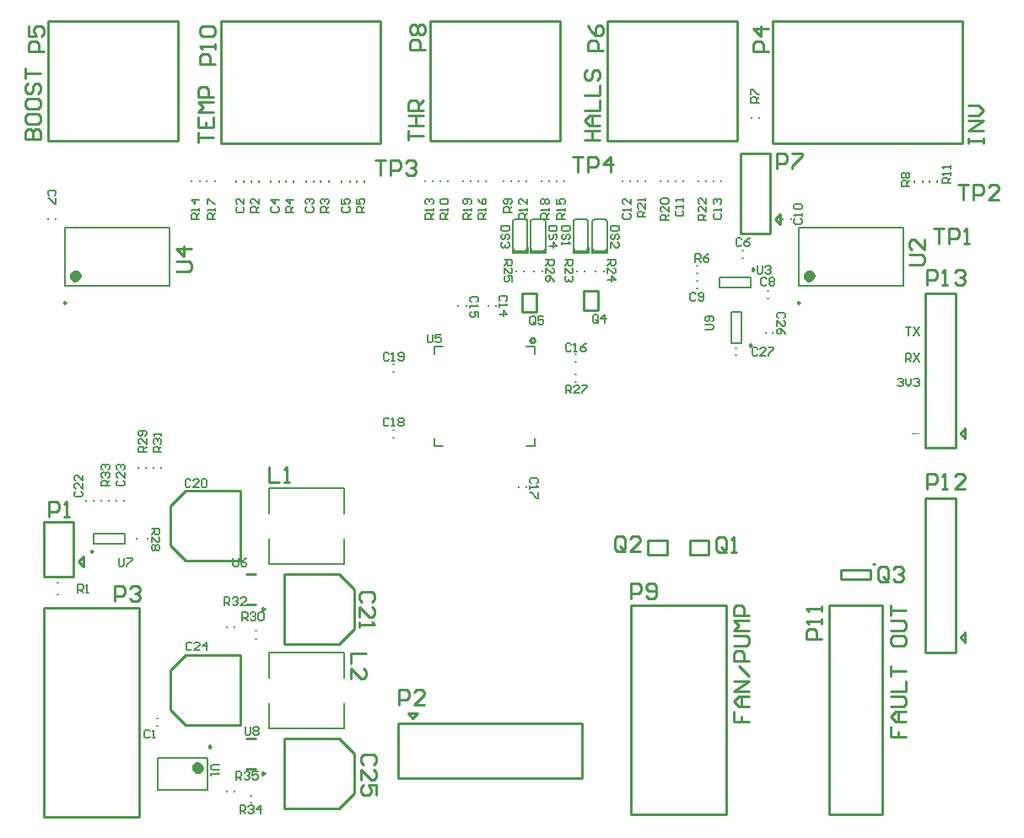
<source format=gto>
G04*
G04 #@! TF.GenerationSoftware,Altium Limited,CircuitStudio,1.5.2 (30)*
G04*
G04 Layer_Color=15065295*
%FSLAX25Y25*%
%MOIN*%
G70*
G01*
G75*
%ADD32C,0.00600*%
%ADD33C,0.01000*%
%ADD34C,0.00800*%
%ADD48C,0.00984*%
%ADD49C,0.02362*%
%ADD50C,0.00945*%
%ADD51C,0.00787*%
%ADD52R,0.00730X0.02560*%
%ADD53R,0.06700X0.01800*%
%ADD54R,0.00650X0.02300*%
G36*
X459134Y329263D02*
X457970D01*
Y329450D01*
X459134D01*
Y329263D01*
D02*
G37*
G36*
X459637Y329807D02*
X457473D01*
Y329994D01*
X459637D01*
Y329807D01*
D02*
G37*
G36*
X458643Y330521D02*
X460023D01*
Y330334D01*
X457081D01*
Y330521D01*
X458461D01*
Y332282D01*
X458643D01*
Y330521D01*
D02*
G37*
D32*
X308031Y361978D02*
Y365078D01*
X304931Y325678D02*
X308031D01*
X268631D02*
Y328778D01*
Y361978D02*
Y365078D01*
Y325678D02*
X271731D01*
X308031D02*
Y328778D01*
X304931Y365078D02*
X308031D01*
X268631D02*
X271731D01*
X156070Y212902D02*
X155536Y213435D01*
X154470D01*
X153937Y212902D01*
Y210769D01*
X154470Y210236D01*
X155536D01*
X156070Y210769D01*
X157136Y210236D02*
X158202D01*
X157669D01*
Y213435D01*
X157136Y212902D01*
X190641Y420243D02*
X190108Y419710D01*
Y418643D01*
X190641Y418110D01*
X192774D01*
X193307Y418643D01*
Y419710D01*
X192774Y420243D01*
X193307Y423442D02*
Y421309D01*
X191174Y423442D01*
X190641D01*
X190108Y422909D01*
Y421842D01*
X190641Y421309D01*
X218200Y420243D02*
X217667Y419710D01*
Y418643D01*
X218200Y418110D01*
X220333D01*
X220866Y418643D01*
Y419710D01*
X220333Y420243D01*
X218200Y421309D02*
X217667Y421842D01*
Y422909D01*
X218200Y423442D01*
X218734D01*
X219267Y422909D01*
Y422375D01*
Y422909D01*
X219800Y423442D01*
X220333D01*
X220866Y422909D01*
Y421842D01*
X220333Y421309D01*
X204421Y420243D02*
X203888Y419710D01*
Y418643D01*
X204421Y418110D01*
X206554D01*
X207087Y418643D01*
Y419710D01*
X206554Y420243D01*
X207087Y422909D02*
X203888D01*
X205487Y421309D01*
Y423442D01*
X232374Y420243D02*
X231840Y419710D01*
Y418643D01*
X232374Y418110D01*
X234506D01*
X235039Y418643D01*
Y419710D01*
X234506Y420243D01*
X231840Y423442D02*
Y421309D01*
X233440D01*
X232907Y422375D01*
Y422909D01*
X233440Y423442D01*
X234506D01*
X235039Y422909D01*
Y421842D01*
X234506Y421309D01*
X389928Y407390D02*
X389395Y407923D01*
X388328D01*
X387795Y407390D01*
Y405258D01*
X388328Y404724D01*
X389395D01*
X389928Y405258D01*
X393127Y407923D02*
X392061Y407390D01*
X390994Y406324D01*
Y405258D01*
X391527Y404724D01*
X392594D01*
X393127Y405258D01*
Y405791D01*
X392594Y406324D01*
X390994D01*
X118414Y424639D02*
X118947Y425172D01*
Y426238D01*
X118414Y426772D01*
X116281D01*
X115748Y426238D01*
Y425172D01*
X116281Y424639D01*
X118947Y423573D02*
Y421440D01*
X118414D01*
X116281Y423573D01*
X115748D01*
X399770Y391642D02*
X399237Y392175D01*
X398171D01*
X397638Y391642D01*
Y389510D01*
X398171Y388976D01*
X399237D01*
X399770Y389510D01*
X400837Y391642D02*
X401370Y392175D01*
X402436D01*
X402969Y391642D01*
Y391109D01*
X402436Y390576D01*
X402969Y390043D01*
Y389510D01*
X402436Y388976D01*
X401370D01*
X400837Y389510D01*
Y390043D01*
X401370Y390576D01*
X400837Y391109D01*
Y391642D01*
X401370Y390576D02*
X402436D01*
X371818Y385737D02*
X371285Y386270D01*
X370218D01*
X369685Y385737D01*
Y383604D01*
X370218Y383071D01*
X371285D01*
X371818Y383604D01*
X372884D02*
X373417Y383071D01*
X374483D01*
X375017Y383604D01*
Y385737D01*
X374483Y386270D01*
X373417D01*
X372884Y385737D01*
Y385204D01*
X373417Y384670D01*
X375017D01*
X411114Y415519D02*
X410581Y414985D01*
Y413919D01*
X411114Y413386D01*
X413246D01*
X413779Y413919D01*
Y414985D01*
X413246Y415519D01*
X413779Y416585D02*
Y417651D01*
Y417118D01*
X410581D01*
X411114Y416585D01*
Y419251D02*
X410581Y419784D01*
Y420850D01*
X411114Y421383D01*
X413246D01*
X413779Y420850D01*
Y419784D01*
X413246Y419251D01*
X411114D01*
X364263Y418668D02*
X363730Y418135D01*
Y417069D01*
X364263Y416535D01*
X366396D01*
X366929Y417069D01*
Y418135D01*
X366396Y418668D01*
X366929Y419734D02*
Y420801D01*
Y420268D01*
X363730D01*
X364263Y419734D01*
X366929Y422400D02*
Y423466D01*
Y422933D01*
X363730D01*
X364263Y422400D01*
X343397Y417487D02*
X342864Y416954D01*
Y415887D01*
X343397Y415354D01*
X345530D01*
X346063Y415887D01*
Y416954D01*
X345530Y417487D01*
X346063Y418553D02*
Y419620D01*
Y419087D01*
X342864D01*
X343397Y418553D01*
X346063Y423352D02*
Y421219D01*
X343930Y423352D01*
X343397D01*
X342864Y422819D01*
Y421752D01*
X343397Y421219D01*
X379224Y417487D02*
X378691Y416954D01*
Y415887D01*
X379224Y415354D01*
X381357D01*
X381890Y415887D01*
Y416954D01*
X381357Y417487D01*
X381890Y418553D02*
Y419620D01*
Y419087D01*
X378691D01*
X379224Y418553D01*
Y421219D02*
X378691Y421752D01*
Y422819D01*
X379224Y423352D01*
X379757D01*
X380290Y422819D01*
Y422285D01*
Y422819D01*
X380823Y423352D01*
X381357D01*
X381890Y422819D01*
Y421752D01*
X381357Y421219D01*
X296760Y382907D02*
X297293Y383440D01*
Y384506D01*
X296760Y385039D01*
X294628D01*
X294094Y384506D01*
Y383440D01*
X294628Y382907D01*
X294094Y381840D02*
Y380774D01*
Y381307D01*
X297293D01*
X296760Y381840D01*
X294094Y377575D02*
X297293D01*
X295694Y379175D01*
Y377042D01*
X285343Y382513D02*
X285876Y383046D01*
Y384113D01*
X285343Y384646D01*
X283210D01*
X282677Y384113D01*
Y383046D01*
X283210Y382513D01*
X282677Y381447D02*
Y380380D01*
Y380913D01*
X285876D01*
X285343Y381447D01*
X285876Y376648D02*
Y378781D01*
X284277D01*
X284810Y377715D01*
Y377181D01*
X284277Y376648D01*
X283210D01*
X282677Y377181D01*
Y378248D01*
X283210Y378781D01*
X322605Y365658D02*
X322072Y366191D01*
X321006D01*
X320472Y365658D01*
Y363525D01*
X321006Y362992D01*
X322072D01*
X322605Y363525D01*
X323671Y362992D02*
X324738D01*
X324205D01*
Y366191D01*
X323671Y365658D01*
X328470Y366191D02*
X327403Y365658D01*
X326337Y364592D01*
Y363525D01*
X326870Y362992D01*
X327937D01*
X328470Y363525D01*
Y364058D01*
X327937Y364592D01*
X326337D01*
X308965Y310859D02*
X309498Y311393D01*
Y312459D01*
X308965Y312992D01*
X306832D01*
X306299Y312459D01*
Y311393D01*
X306832Y310859D01*
X306299Y309793D02*
Y308727D01*
Y309260D01*
X309498D01*
X308965Y309793D01*
X309498Y307127D02*
Y304995D01*
X308965D01*
X306832Y307127D01*
X306299D01*
X250558Y336130D02*
X250025Y336664D01*
X248958D01*
X248425Y336130D01*
Y333998D01*
X248958Y333465D01*
X250025D01*
X250558Y333998D01*
X251624Y333465D02*
X252691D01*
X252157D01*
Y336664D01*
X251624Y336130D01*
X254290D02*
X254823Y336664D01*
X255889D01*
X256423Y336130D01*
Y335597D01*
X255889Y335064D01*
X256423Y334531D01*
Y333998D01*
X255889Y333465D01*
X254823D01*
X254290Y333998D01*
Y334531D01*
X254823Y335064D01*
X254290Y335597D01*
Y336130D01*
X254823Y335064D02*
X255889D01*
X250558Y362115D02*
X250025Y362648D01*
X248958D01*
X248425Y362115D01*
Y359982D01*
X248958Y359449D01*
X250025D01*
X250558Y359982D01*
X251624Y359449D02*
X252691D01*
X252157D01*
Y362648D01*
X251624Y362115D01*
X254290Y359982D02*
X254823Y359449D01*
X255889D01*
X256423Y359982D01*
Y362115D01*
X255889Y362648D01*
X254823D01*
X254290Y362115D01*
Y361581D01*
X254823Y361048D01*
X256423D01*
X172211Y312115D02*
X171678Y312648D01*
X170612D01*
X170079Y312115D01*
Y309982D01*
X170612Y309449D01*
X171678D01*
X172211Y309982D01*
X175410Y309449D02*
X173278D01*
X175410Y311581D01*
Y312115D01*
X174877Y312648D01*
X173811D01*
X173278Y312115D01*
X176477D02*
X177010Y312648D01*
X178076D01*
X178609Y312115D01*
Y309982D01*
X178076Y309449D01*
X177010D01*
X176477Y309982D01*
Y312115D01*
X126862Y307645D02*
X126329Y307111D01*
Y306045D01*
X126862Y305512D01*
X128994D01*
X129528Y306045D01*
Y307111D01*
X128994Y307645D01*
X129528Y310843D02*
Y308711D01*
X127395Y310843D01*
X126862D01*
X126329Y310310D01*
Y309244D01*
X126862Y308711D01*
X129528Y314042D02*
Y311910D01*
X127395Y314042D01*
X126862D01*
X126329Y313509D01*
Y312443D01*
X126862Y311910D01*
X143397Y311975D02*
X142864Y311442D01*
Y310376D01*
X143397Y309842D01*
X145530D01*
X146063Y310376D01*
Y311442D01*
X145530Y311975D01*
X146063Y315174D02*
Y313041D01*
X143930Y315174D01*
X143397D01*
X142864Y314641D01*
Y313575D01*
X143397Y313041D01*
Y316241D02*
X142864Y316774D01*
Y317840D01*
X143397Y318373D01*
X143930D01*
X144464Y317840D01*
Y317307D01*
Y317840D01*
X144997Y318373D01*
X145530D01*
X146063Y317840D01*
Y316774D01*
X145530Y316241D01*
X172605Y247548D02*
X172072Y248081D01*
X171006D01*
X170472Y247548D01*
Y245415D01*
X171006Y244882D01*
X172072D01*
X172605Y245415D01*
X175804Y244882D02*
X173671D01*
X175804Y247014D01*
Y247548D01*
X175271Y248081D01*
X174205D01*
X173671Y247548D01*
X178470Y244882D02*
Y248081D01*
X176870Y246481D01*
X179003D01*
X406603Y376214D02*
X407136Y376747D01*
Y377813D01*
X406603Y378346D01*
X404470D01*
X403937Y377813D01*
Y376747D01*
X404470Y376214D01*
X403937Y373015D02*
Y375148D01*
X406070Y373015D01*
X406603D01*
X407136Y373548D01*
Y374614D01*
X406603Y375148D01*
X407136Y369816D02*
X406603Y370882D01*
X405537Y371949D01*
X404470D01*
X403937Y371415D01*
Y370349D01*
X404470Y369816D01*
X405003D01*
X405537Y370349D01*
Y371949D01*
X396227Y364083D02*
X395694Y364616D01*
X394628D01*
X394094Y364083D01*
Y361950D01*
X394628Y361417D01*
X395694D01*
X396227Y361950D01*
X399426Y361417D02*
X397293D01*
X399426Y363550D01*
Y364083D01*
X398893Y364616D01*
X397827D01*
X397293Y364083D01*
X400492Y364616D02*
X402625D01*
Y364083D01*
X400492Y361950D01*
Y361417D01*
X322097Y412598D02*
X318898D01*
Y410999D01*
X319431Y410466D01*
X321563D01*
X322097Y410999D01*
Y412598D01*
X321563Y407267D02*
X322097Y407800D01*
Y408866D01*
X321563Y409400D01*
X321030D01*
X320497Y408866D01*
Y407800D01*
X319964Y407267D01*
X319431D01*
X318898Y407800D01*
Y408866D01*
X319431Y409400D01*
X318898Y406201D02*
Y405134D01*
Y405667D01*
X322097D01*
X321563Y406201D01*
X341388Y412598D02*
X338189D01*
Y410999D01*
X338722Y410466D01*
X340855D01*
X341388Y410999D01*
Y412598D01*
X340855Y407267D02*
X341388Y407800D01*
Y408866D01*
X340855Y409400D01*
X340322D01*
X339789Y408866D01*
Y407800D01*
X339255Y407267D01*
X338722D01*
X338189Y407800D01*
Y408866D01*
X338722Y409400D01*
X338189Y404068D02*
Y406201D01*
X340322Y404068D01*
X340855D01*
X341388Y404601D01*
Y405667D01*
X340855Y406201D01*
X298081Y412598D02*
X294882D01*
Y410999D01*
X295415Y410466D01*
X297548D01*
X298081Y410999D01*
Y412598D01*
X297548Y407267D02*
X298081Y407800D01*
Y408866D01*
X297548Y409400D01*
X297014D01*
X296481Y408866D01*
Y407800D01*
X295948Y407267D01*
X295415D01*
X294882Y407800D01*
Y408866D01*
X295415Y409400D01*
X297548Y406201D02*
X298081Y405667D01*
Y404601D01*
X297548Y404068D01*
X297014D01*
X296481Y404601D01*
Y405134D01*
Y404601D01*
X295948Y404068D01*
X295415D01*
X294882Y404601D01*
Y405667D01*
X295415Y406201D01*
X316979Y412598D02*
X313779D01*
Y410999D01*
X314313Y410466D01*
X316445D01*
X316979Y410999D01*
Y412598D01*
X316445Y407267D02*
X316979Y407800D01*
Y408866D01*
X316445Y409400D01*
X315912D01*
X315379Y408866D01*
Y407800D01*
X314846Y407267D01*
X314313D01*
X313779Y407800D01*
Y408866D01*
X314313Y409400D01*
X313779Y404601D02*
X316979D01*
X315379Y406201D01*
Y404068D01*
X333235Y374943D02*
Y377075D01*
X332702Y377608D01*
X331635D01*
X331102Y377075D01*
Y374943D01*
X331635Y374410D01*
X332702D01*
X332169Y375476D02*
X333235Y374410D01*
X332702D02*
X333235Y374943D01*
X335901Y374410D02*
Y377608D01*
X334301Y376009D01*
X336434D01*
X308432Y374155D02*
Y376288D01*
X307899Y376821D01*
X306832D01*
X306299Y376288D01*
Y374155D01*
X306832Y373622D01*
X307899D01*
X307365Y374688D02*
X308432Y373622D01*
X307899D02*
X308432Y374155D01*
X311631Y376821D02*
X309498D01*
Y375221D01*
X310564Y375755D01*
X311098D01*
X311631Y375221D01*
Y374155D01*
X311098Y373622D01*
X310031D01*
X309498Y374155D01*
X127559Y267717D02*
Y270916D01*
X129158D01*
X129692Y270382D01*
Y269316D01*
X129158Y268783D01*
X127559D01*
X128625D02*
X129692Y267717D01*
X130758D02*
X131824D01*
X131291D01*
Y270916D01*
X130758Y270382D01*
X199213Y418110D02*
X196014D01*
Y419710D01*
X196547Y420243D01*
X197613D01*
X198146Y419710D01*
Y418110D01*
Y419177D02*
X199213Y420243D01*
Y423442D02*
Y421309D01*
X197080Y423442D01*
X196547D01*
X196014Y422909D01*
Y421842D01*
X196547Y421309D01*
X226772Y418110D02*
X223573D01*
Y419710D01*
X224106Y420243D01*
X225172D01*
X225705Y419710D01*
Y418110D01*
Y419177D02*
X226772Y420243D01*
X224106Y421309D02*
X223573Y421842D01*
Y422909D01*
X224106Y423442D01*
X224639D01*
X225172Y422909D01*
Y422375D01*
Y422909D01*
X225705Y423442D01*
X226238D01*
X226772Y422909D01*
Y421842D01*
X226238Y421309D01*
X212992Y418110D02*
X209793D01*
Y419710D01*
X210326Y420243D01*
X211393D01*
X211926Y419710D01*
Y418110D01*
Y419177D02*
X212992Y420243D01*
Y422909D02*
X209793D01*
X211393Y421309D01*
Y423442D01*
X240945Y418110D02*
X237746D01*
Y419710D01*
X238279Y420243D01*
X239345D01*
X239879Y419710D01*
Y418110D01*
Y419177D02*
X240945Y420243D01*
X237746Y423442D02*
Y421309D01*
X239345D01*
X238812Y422375D01*
Y422909D01*
X239345Y423442D01*
X240412D01*
X240945Y422909D01*
Y421842D01*
X240412Y421309D01*
X371654Y398425D02*
Y401624D01*
X373253D01*
X373786Y401091D01*
Y400025D01*
X373253Y399492D01*
X371654D01*
X372720D02*
X373786Y398425D01*
X376985Y401624D02*
X375919Y401091D01*
X374852Y400025D01*
Y398958D01*
X375386Y398425D01*
X376452D01*
X376985Y398958D01*
Y399492D01*
X376452Y400025D01*
X374852D01*
X396850Y461417D02*
X393651D01*
Y463017D01*
X394185Y463550D01*
X395251D01*
X395784Y463017D01*
Y461417D01*
Y462484D02*
X396850Y463550D01*
X393651Y464616D02*
Y466749D01*
X394185D01*
X396317Y464616D01*
X396850D01*
X456299Y428346D02*
X453100D01*
Y429946D01*
X453633Y430479D01*
X454700D01*
X455233Y429946D01*
Y428346D01*
Y429413D02*
X456299Y430479D01*
X453633Y431545D02*
X453100Y432079D01*
Y433145D01*
X453633Y433678D01*
X454167D01*
X454700Y433145D01*
X455233Y433678D01*
X455766D01*
X456299Y433145D01*
Y432079D01*
X455766Y431545D01*
X455233D01*
X454700Y432079D01*
X454167Y431545D01*
X453633D01*
X454700Y432079D02*
Y433145D01*
X299213Y418110D02*
X296014D01*
Y419710D01*
X296547Y420243D01*
X297613D01*
X298146Y419710D01*
Y418110D01*
Y419177D02*
X299213Y420243D01*
X298679Y421309D02*
X299213Y421842D01*
Y422909D01*
X298679Y423442D01*
X296547D01*
X296014Y422909D01*
Y421842D01*
X296547Y421309D01*
X297080D01*
X297613Y421842D01*
Y423442D01*
X274016Y415354D02*
X270817D01*
Y416954D01*
X271350Y417487D01*
X272416D01*
X272949Y416954D01*
Y415354D01*
Y416421D02*
X274016Y417487D01*
Y418553D02*
Y419620D01*
Y419087D01*
X270817D01*
X271350Y418553D01*
Y421219D02*
X270817Y421752D01*
Y422819D01*
X271350Y423352D01*
X273483D01*
X274016Y422819D01*
Y421752D01*
X273483Y421219D01*
X271350D01*
X472441Y429528D02*
X469242D01*
Y431127D01*
X469775Y431660D01*
X470842D01*
X471375Y431127D01*
Y429528D01*
Y430594D02*
X472441Y431660D01*
Y432726D02*
Y433793D01*
Y433260D01*
X469242D01*
X469775Y432726D01*
X472441Y435392D02*
Y436459D01*
Y435925D01*
X469242D01*
X469775Y435392D01*
X305118Y415354D02*
X301919D01*
Y416954D01*
X302452Y417487D01*
X303519D01*
X304052Y416954D01*
Y415354D01*
Y416421D02*
X305118Y417487D01*
Y418553D02*
Y419620D01*
Y419087D01*
X301919D01*
X302452Y418553D01*
X305118Y423352D02*
Y421219D01*
X302986Y423352D01*
X302452D01*
X301919Y422819D01*
Y421752D01*
X302452Y421219D01*
X268110Y415354D02*
X264911D01*
Y416954D01*
X265444Y417487D01*
X266511D01*
X267044Y416954D01*
Y415354D01*
Y416421D02*
X268110Y417487D01*
Y418553D02*
Y419620D01*
Y419087D01*
X264911D01*
X265444Y418553D01*
Y421219D02*
X264911Y421752D01*
Y422819D01*
X265444Y423352D01*
X265978D01*
X266511Y422819D01*
Y422285D01*
Y422819D01*
X267044Y423352D01*
X267577D01*
X268110Y422819D01*
Y421752D01*
X267577Y421219D01*
X175591Y415354D02*
X172392D01*
Y416954D01*
X172925Y417487D01*
X173991D01*
X174524Y416954D01*
Y415354D01*
Y416421D02*
X175591Y417487D01*
Y418553D02*
Y419620D01*
Y419087D01*
X172392D01*
X172925Y418553D01*
X175591Y422819D02*
X172392D01*
X173991Y421219D01*
Y423352D01*
X320079Y415354D02*
X316880D01*
Y416954D01*
X317413Y417487D01*
X318479D01*
X319012Y416954D01*
Y415354D01*
Y416421D02*
X320079Y417487D01*
Y418553D02*
Y419620D01*
Y419087D01*
X316880D01*
X317413Y418553D01*
X316880Y423352D02*
Y421219D01*
X318479D01*
X317946Y422285D01*
Y422819D01*
X318479Y423352D01*
X319546D01*
X320079Y422819D01*
Y421752D01*
X319546Y421219D01*
X288976Y415354D02*
X285777D01*
Y416954D01*
X286311Y417487D01*
X287377D01*
X287910Y416954D01*
Y415354D01*
Y416421D02*
X288976Y417487D01*
Y418553D02*
Y419620D01*
Y419087D01*
X285777D01*
X286311Y418553D01*
X285777Y423352D02*
X286311Y422285D01*
X287377Y421219D01*
X288443D01*
X288976Y421752D01*
Y422819D01*
X288443Y423352D01*
X287910D01*
X287377Y422819D01*
Y421219D01*
X181890Y415354D02*
X178691D01*
Y416954D01*
X179224Y417487D01*
X180290D01*
X180823Y416954D01*
Y415354D01*
Y416421D02*
X181890Y417487D01*
Y418553D02*
Y419620D01*
Y419087D01*
X178691D01*
X179224Y418553D01*
X178691Y421219D02*
Y423352D01*
X179224D01*
X181357Y421219D01*
X181890D01*
X313779Y415354D02*
X310581D01*
Y416954D01*
X311114Y417487D01*
X312180D01*
X312713Y416954D01*
Y415354D01*
Y416421D02*
X313779Y417487D01*
Y418553D02*
Y419620D01*
Y419087D01*
X310581D01*
X311114Y418553D01*
Y421219D02*
X310581Y421752D01*
Y422819D01*
X311114Y423352D01*
X311647D01*
X312180Y422819D01*
X312713Y423352D01*
X313246D01*
X313779Y422819D01*
Y421752D01*
X313246Y421219D01*
X312713D01*
X312180Y421752D01*
X311647Y421219D01*
X311114D01*
X312180Y421752D02*
Y422819D01*
X283071Y415354D02*
X279872D01*
Y416954D01*
X280405Y417487D01*
X281471D01*
X282005Y416954D01*
Y415354D01*
Y416421D02*
X283071Y417487D01*
Y418553D02*
Y419620D01*
Y419087D01*
X279872D01*
X280405Y418553D01*
X282538Y421219D02*
X283071Y421752D01*
Y422819D01*
X282538Y423352D01*
X280405D01*
X279872Y422819D01*
Y421752D01*
X280405Y421219D01*
X280938D01*
X281471Y421752D01*
Y423352D01*
X361024Y414961D02*
X357825D01*
Y416560D01*
X358358Y417093D01*
X359424D01*
X359957Y416560D01*
Y414961D01*
Y416027D02*
X361024Y417093D01*
Y420292D02*
Y418160D01*
X358891Y420292D01*
X358358D01*
X357825Y419759D01*
Y418693D01*
X358358Y418160D01*
Y421359D02*
X357825Y421892D01*
Y422958D01*
X358358Y423491D01*
X360490D01*
X361024Y422958D01*
Y421892D01*
X360490Y421359D01*
X358358D01*
X351969Y416142D02*
X348769D01*
Y417741D01*
X349303Y418274D01*
X350369D01*
X350902Y417741D01*
Y416142D01*
Y417208D02*
X351969Y418274D01*
Y421473D02*
Y419341D01*
X349836Y421473D01*
X349303D01*
X348769Y420940D01*
Y419874D01*
X349303Y419341D01*
X351969Y422540D02*
Y423606D01*
Y423073D01*
X348769D01*
X349303Y422540D01*
X375984Y414961D02*
X372785D01*
Y416560D01*
X373318Y417093D01*
X374385D01*
X374918Y416560D01*
Y414961D01*
Y416027D02*
X375984Y417093D01*
Y420292D02*
Y418160D01*
X373852Y420292D01*
X373318D01*
X372785Y419759D01*
Y418693D01*
X373318Y418160D01*
X375984Y423491D02*
Y421359D01*
X373852Y423491D01*
X373318D01*
X372785Y422958D01*
Y421892D01*
X373318Y421359D01*
X320079Y399213D02*
X323278D01*
Y397613D01*
X322744Y397080D01*
X321678D01*
X321145Y397613D01*
Y399213D01*
Y398146D02*
X320079Y397080D01*
Y393881D02*
Y396014D01*
X322211Y393881D01*
X322744D01*
X323278Y394414D01*
Y395480D01*
X322744Y396014D01*
Y392815D02*
X323278Y392282D01*
Y391215D01*
X322744Y390682D01*
X322211D01*
X321678Y391215D01*
Y391748D01*
Y391215D01*
X321145Y390682D01*
X320612D01*
X320079Y391215D01*
Y392282D01*
X320612Y392815D01*
X337008Y399213D02*
X340207D01*
Y397613D01*
X339674Y397080D01*
X338607D01*
X338074Y397613D01*
Y399213D01*
Y398146D02*
X337008Y397080D01*
Y393881D02*
Y396014D01*
X339141Y393881D01*
X339674D01*
X340207Y394414D01*
Y395480D01*
X339674Y396014D01*
X337008Y391215D02*
X340207D01*
X338607Y392815D01*
Y390682D01*
X296063Y399213D02*
X299262D01*
Y397613D01*
X298729Y397080D01*
X297662D01*
X297129Y397613D01*
Y399213D01*
Y398146D02*
X296063Y397080D01*
Y393881D02*
Y396014D01*
X298196Y393881D01*
X298729D01*
X299262Y394414D01*
Y395480D01*
X298729Y396014D01*
X299262Y390682D02*
Y392815D01*
X297662D01*
X298196Y391748D01*
Y391215D01*
X297662Y390682D01*
X296596D01*
X296063Y391215D01*
Y392282D01*
X296596Y392815D01*
X312598Y399213D02*
X315797D01*
Y397613D01*
X315264Y397080D01*
X314198D01*
X313665Y397613D01*
Y399213D01*
Y398146D02*
X312598Y397080D01*
Y393881D02*
Y396014D01*
X314731Y393881D01*
X315264D01*
X315797Y394414D01*
Y395480D01*
X315264Y396014D01*
X315797Y390682D02*
X315264Y391748D01*
X314198Y392815D01*
X313132D01*
X312598Y392282D01*
Y391215D01*
X313132Y390682D01*
X313665D01*
X314198Y391215D01*
Y392815D01*
X320472Y346457D02*
Y349656D01*
X322072D01*
X322605Y349123D01*
Y348056D01*
X322072Y347523D01*
X320472D01*
X321539D02*
X322605Y346457D01*
X325804D02*
X323671D01*
X325804Y348589D01*
Y349123D01*
X325271Y349656D01*
X324205D01*
X323671Y349123D01*
X326870Y349656D02*
X329003D01*
Y349123D01*
X326870Y346990D01*
Y346457D01*
X156693Y292913D02*
X159892D01*
Y291314D01*
X159359Y290781D01*
X158292D01*
X157759Y291314D01*
Y292913D01*
Y291847D02*
X156693Y290781D01*
Y287582D02*
Y289714D01*
X158826Y287582D01*
X159359D01*
X159892Y288115D01*
Y289181D01*
X159359Y289714D01*
Y286515D02*
X159892Y285982D01*
Y284916D01*
X159359Y284383D01*
X158826D01*
X158292Y284916D01*
X157759Y284383D01*
X157226D01*
X156693Y284916D01*
Y285982D01*
X157226Y286515D01*
X157759D01*
X158292Y285982D01*
X158826Y286515D01*
X159359D01*
X158292Y285982D02*
Y284916D01*
X154724Y323228D02*
X151525D01*
Y324828D01*
X152059Y325361D01*
X153125D01*
X153658Y324828D01*
Y323228D01*
Y324295D02*
X154724Y325361D01*
Y328560D02*
Y326427D01*
X152592Y328560D01*
X152059D01*
X151525Y328027D01*
Y326960D01*
X152059Y326427D01*
X154191Y329626D02*
X154724Y330159D01*
Y331226D01*
X154191Y331759D01*
X152059D01*
X151525Y331226D01*
Y330159D01*
X152059Y329626D01*
X152592D01*
X153125Y330159D01*
Y331759D01*
X192600Y256700D02*
Y259899D01*
X194200D01*
X194733Y259366D01*
Y258299D01*
X194200Y257766D01*
X192600D01*
X193666D02*
X194733Y256700D01*
X195799Y259366D02*
X196332Y259899D01*
X197398D01*
X197932Y259366D01*
Y258833D01*
X197398Y258299D01*
X196865D01*
X197398D01*
X197932Y257766D01*
Y257233D01*
X197398Y256700D01*
X196332D01*
X195799Y257233D01*
X198998Y259366D02*
X199531Y259899D01*
X200597D01*
X201131Y259366D01*
Y257233D01*
X200597Y256700D01*
X199531D01*
X198998Y257233D01*
Y259366D01*
X160630Y323228D02*
X157431D01*
Y324828D01*
X157964Y325361D01*
X159030D01*
X159564Y324828D01*
Y323228D01*
Y324295D02*
X160630Y325361D01*
X157964Y326427D02*
X157431Y326960D01*
Y328027D01*
X157964Y328560D01*
X158497D01*
X159030Y328027D01*
Y327494D01*
Y328027D01*
X159564Y328560D01*
X160097D01*
X160630Y328027D01*
Y326960D01*
X160097Y326427D01*
X160630Y329626D02*
Y330693D01*
Y330159D01*
X157431D01*
X157964Y329626D01*
X185500Y262600D02*
Y265799D01*
X187100D01*
X187633Y265266D01*
Y264199D01*
X187100Y263666D01*
X185500D01*
X186566D02*
X187633Y262600D01*
X188699Y265266D02*
X189232Y265799D01*
X190298D01*
X190832Y265266D01*
Y264733D01*
X190298Y264199D01*
X189765D01*
X190298D01*
X190832Y263666D01*
Y263133D01*
X190298Y262600D01*
X189232D01*
X188699Y263133D01*
X194031Y262600D02*
X191898D01*
X194031Y264733D01*
Y265266D01*
X193497Y265799D01*
X192431D01*
X191898Y265266D01*
X140157Y309842D02*
X136959D01*
Y311442D01*
X137492Y311975D01*
X138558D01*
X139091Y311442D01*
Y309842D01*
Y310909D02*
X140157Y311975D01*
X137492Y313041D02*
X136959Y313575D01*
Y314641D01*
X137492Y315174D01*
X138025D01*
X138558Y314641D01*
Y314108D01*
Y314641D01*
X139091Y315174D01*
X139624D01*
X140157Y314641D01*
Y313575D01*
X139624Y313041D01*
X137492Y316241D02*
X136959Y316774D01*
Y317840D01*
X137492Y318373D01*
X138025D01*
X138558Y317840D01*
Y317307D01*
Y317840D01*
X139091Y318373D01*
X139624D01*
X140157Y317840D01*
Y316774D01*
X139624Y316241D01*
X191732Y180315D02*
Y183514D01*
X193332D01*
X193865Y182981D01*
Y181914D01*
X193332Y181381D01*
X191732D01*
X192799D02*
X193865Y180315D01*
X194931Y182981D02*
X195464Y183514D01*
X196531D01*
X197064Y182981D01*
Y182448D01*
X196531Y181914D01*
X195998D01*
X196531D01*
X197064Y181381D01*
Y180848D01*
X196531Y180315D01*
X195464D01*
X194931Y180848D01*
X199730Y180315D02*
Y183514D01*
X198130Y181914D01*
X200263D01*
X190157Y193701D02*
Y196900D01*
X191757D01*
X192290Y196367D01*
Y195300D01*
X191757Y194767D01*
X190157D01*
X191224D02*
X192290Y193701D01*
X193356Y196367D02*
X193890Y196900D01*
X194956D01*
X195489Y196367D01*
Y195833D01*
X194956Y195300D01*
X194423D01*
X194956D01*
X195489Y194767D01*
Y194234D01*
X194956Y193701D01*
X193890D01*
X193356Y194234D01*
X198688Y196900D02*
X196555D01*
Y195300D01*
X197622Y195833D01*
X198155D01*
X198688Y195300D01*
Y194234D01*
X198155Y193701D01*
X197089D01*
X196555Y194234D01*
X183514Y199606D02*
X180848D01*
X180315Y199073D01*
Y198007D01*
X180848Y197474D01*
X183514D01*
X180315Y196407D02*
Y195341D01*
Y195874D01*
X183514D01*
X182981Y196407D01*
X396063Y396900D02*
Y394234D01*
X396596Y393701D01*
X397662D01*
X398196Y394234D01*
Y396900D01*
X399262Y396367D02*
X399795Y396900D01*
X400861D01*
X401395Y396367D01*
Y395833D01*
X400861Y395300D01*
X400328D01*
X400861D01*
X401395Y394767D01*
Y394234D01*
X400861Y393701D01*
X399795D01*
X399262Y394234D01*
X188900Y281199D02*
Y278533D01*
X189433Y278000D01*
X190499D01*
X191033Y278533D01*
Y281199D01*
X194232D02*
X193165Y280666D01*
X192099Y279599D01*
Y278533D01*
X192632Y278000D01*
X193699D01*
X194232Y278533D01*
Y279066D01*
X193699Y279599D01*
X192099D01*
X143701Y281152D02*
Y278486D01*
X144234Y277953D01*
X145300D01*
X145833Y278486D01*
Y281152D01*
X146900D02*
X149032D01*
Y280619D01*
X146900Y278486D01*
Y277953D01*
X193701Y214616D02*
Y211950D01*
X194234Y211417D01*
X195300D01*
X195833Y211950D01*
Y214616D01*
X196900Y214083D02*
X197433Y214616D01*
X198499D01*
X199032Y214083D01*
Y213550D01*
X198499Y213017D01*
X199032Y212484D01*
Y211950D01*
X198499Y211417D01*
X197433D01*
X196900Y211950D01*
Y212484D01*
X197433Y213017D01*
X196900Y213550D01*
Y214083D01*
X197433Y213017D02*
X198499D01*
X375541Y371654D02*
X378207D01*
X378740Y372187D01*
Y373253D01*
X378207Y373786D01*
X375541D01*
X378207Y374852D02*
X378740Y375386D01*
Y376452D01*
X378207Y376985D01*
X376074D01*
X375541Y376452D01*
Y375386D01*
X376074Y374852D01*
X376607D01*
X377141Y375386D01*
Y376985D01*
X265748Y369734D02*
Y367069D01*
X266281Y366535D01*
X267348D01*
X267881Y367069D01*
Y369734D01*
X271080D02*
X268947D01*
Y368135D01*
X270013Y368668D01*
X270547D01*
X271080Y368135D01*
Y367069D01*
X270547Y366535D01*
X269480D01*
X268947Y367069D01*
X454724Y372490D02*
X456857D01*
X455791D01*
Y369291D01*
X457923Y372490D02*
X460056Y369291D01*
Y372490D02*
X457923Y369291D01*
X454724Y359055D02*
Y362254D01*
X456324D01*
X456857Y361721D01*
Y360655D01*
X456324Y360121D01*
X454724D01*
X455791D02*
X456857Y359055D01*
X457923Y362254D02*
X460056Y359055D01*
Y362254D02*
X457923Y359055D01*
X451575Y351878D02*
X452108Y352412D01*
X453174D01*
X453707Y351878D01*
Y351345D01*
X453174Y350812D01*
X452641D01*
X453174D01*
X453707Y350279D01*
Y349746D01*
X453174Y349213D01*
X452108D01*
X451575Y349746D01*
X454774Y352412D02*
Y350279D01*
X455840Y349213D01*
X456906Y350279D01*
Y352412D01*
X457973Y351878D02*
X458506Y352412D01*
X459572D01*
X460105Y351878D01*
Y351345D01*
X459572Y350812D01*
X459039D01*
X459572D01*
X460105Y350279D01*
Y349746D01*
X459572Y349213D01*
X458506D01*
X457973Y349746D01*
D33*
X308331Y367378D02*
X307831Y368244D01*
X306831D01*
X306331Y367378D01*
X306831Y366512D01*
X307831D01*
X308331Y367378D01*
X442677Y278937D02*
X441890D01*
X442677D01*
X115929Y446378D02*
X167110D01*
X115929D02*
Y493622D01*
X167110D01*
Y446378D02*
Y493622D01*
X184118Y445394D02*
X247110D01*
X184118D02*
Y493622D01*
X247110D01*
Y445394D02*
Y493622D01*
X266929Y446378D02*
X318110D01*
X266929D02*
Y493622D01*
X318110D01*
Y446378D02*
Y493622D01*
X402307Y445394D02*
X477110D01*
X402307D02*
Y493622D01*
X477110D01*
Y445394D02*
Y493622D01*
X336929Y446378D02*
X388110D01*
X336929D02*
Y493622D01*
X388110D01*
Y446378D02*
Y493622D01*
X389425Y409472D02*
Y441362D01*
X401236D01*
Y409472D02*
Y441362D01*
X389425Y409472D02*
X401236D01*
X403205Y415378D02*
X405173Y413410D01*
Y417346D01*
Y417346D02*
Y417346D01*
X403205Y415378D02*
X405173Y417346D01*
X327480Y386811D02*
X333150D01*
X327480Y379331D02*
X333150D01*
X327480D02*
Y386811D01*
X333150Y379331D02*
Y386811D01*
X303071Y386024D02*
X308740D01*
X303071Y378543D02*
X308740D01*
X303071D02*
Y386024D01*
X308740Y378543D02*
Y386024D01*
X429291Y273031D02*
X440709D01*
X429291D02*
Y276772D01*
X440709D01*
Y273031D02*
Y276772D01*
X435000Y180000D02*
X445630D01*
Y262677D01*
X424370D02*
X445630D01*
X424370Y180000D02*
Y262677D01*
Y180000D02*
X435000D01*
X346102D02*
X383898D01*
Y262677D01*
X346102D02*
X383898D01*
X346102Y180000D02*
Y262677D01*
X369488Y282598D02*
Y288268D01*
X376969Y282598D02*
Y288268D01*
X369488Y282598D02*
X376969D01*
X369488Y288268D02*
X376969D01*
X352953Y282598D02*
Y288268D01*
X360433Y282598D02*
Y288268D01*
X352953Y282598D02*
X360433D01*
X352953Y288268D02*
X360433D01*
X194032Y198110D02*
X197968D01*
X194032Y209921D02*
X197968D01*
X170126Y242795D02*
X191779D01*
X164220Y236890D02*
X170126Y242795D01*
X164220Y221142D02*
Y236890D01*
Y221142D02*
X170126Y215236D01*
X191779D01*
Y242795D01*
X209221Y182236D02*
X230874D01*
X236779Y188142D01*
Y203890D01*
X230874Y209795D02*
X236779Y203890D01*
X209221Y209795D02*
X230874D01*
X209221Y182236D02*
Y209795D01*
X194032Y274921D02*
X197968D01*
X194032Y263110D02*
X197968D01*
X170126Y307795D02*
X191779D01*
X164220Y301890D02*
X170126Y307795D01*
X164220Y286142D02*
Y301890D01*
Y286142D02*
X170126Y280236D01*
X191779D01*
Y307795D01*
X114102Y179016D02*
X151898D01*
Y261693D01*
X114102D02*
X151898D01*
X114102Y179016D02*
Y261693D01*
X114094Y274095D02*
Y295748D01*
X125906D01*
Y274095D02*
Y295748D01*
X114094Y274095D02*
X125906D01*
X127874Y280000D02*
X129842Y278031D01*
Y281968D01*
Y281968D02*
Y281968D01*
X127874Y280000D02*
X129842Y281968D01*
X209221Y247236D02*
X230874D01*
X236779Y253142D01*
Y268890D01*
X230874Y274795D02*
X236779Y268890D01*
X209221Y274795D02*
X230874D01*
X209221Y247236D02*
Y274795D01*
X258032Y219843D02*
X260000Y217874D01*
X258032Y219843D02*
X261968D01*
X260000Y217874D02*
X261968Y219843D01*
X254095Y194252D02*
Y215905D01*
Y194252D02*
X326929D01*
Y215905D01*
X254095D02*
X326929D01*
X462598Y324803D02*
Y385827D01*
X474409D01*
Y324803D02*
Y385827D01*
X462598Y324803D02*
X474409D01*
X476378Y330709D02*
X478346Y328740D01*
Y332677D01*
Y332677D02*
Y332677D01*
X476378Y330709D02*
X478346Y332677D01*
X462598Y244094D02*
Y305118D01*
X474409D01*
Y244094D02*
Y305118D01*
X462598Y244094D02*
X474409D01*
X476378Y250000D02*
X478346Y248031D01*
Y251969D01*
Y251969D02*
Y251969D01*
X476378Y250000D02*
X478346Y251969D01*
X243975Y264111D02*
X244974Y265111D01*
Y267111D01*
X243975Y268110D01*
X239976D01*
X238976Y267111D01*
Y265111D01*
X239976Y264111D01*
X238976Y258114D02*
Y262112D01*
X242975Y258114D01*
X243975D01*
X244974Y259113D01*
Y261112D01*
X243975Y262112D01*
X238976Y256114D02*
Y254115D01*
Y255114D01*
X244974D01*
X243975Y256114D01*
X244369Y199545D02*
X245368Y200544D01*
Y202544D01*
X244369Y203543D01*
X240370D01*
X239370Y202544D01*
Y200544D01*
X240370Y199545D01*
X239370Y193546D02*
Y197545D01*
X243369Y193546D01*
X244369D01*
X245368Y194546D01*
Y196546D01*
X244369Y197545D01*
X245368Y187548D02*
Y191547D01*
X242369D01*
X243369Y189548D01*
Y188548D01*
X242369Y187548D01*
X240370D01*
X239370Y188548D01*
Y190548D01*
X240370Y191547D01*
X203150Y317415D02*
Y311417D01*
X207148D01*
X209148D02*
X211147D01*
X210147D01*
Y317415D01*
X209148Y316416D01*
X241431Y243701D02*
X235433D01*
Y239702D01*
Y233704D02*
Y237703D01*
X239432Y233704D01*
X240431D01*
X241431Y234704D01*
Y236703D01*
X240431Y237703D01*
X116142Y297638D02*
Y303636D01*
X119141D01*
X120140Y302636D01*
Y300637D01*
X119141Y299637D01*
X116142D01*
X122140Y297638D02*
X124139D01*
X123140D01*
Y303636D01*
X122140Y302636D01*
X254600Y223300D02*
Y229298D01*
X257599D01*
X258599Y228298D01*
Y226299D01*
X257599Y225299D01*
X254600D01*
X264597Y223300D02*
X260598D01*
X264597Y227299D01*
Y228298D01*
X263597Y229298D01*
X261598D01*
X260598Y228298D01*
X142126Y264173D02*
Y270171D01*
X145125D01*
X146125Y269172D01*
Y267172D01*
X145125Y266173D01*
X142126D01*
X148124Y269172D02*
X149124Y270171D01*
X151123D01*
X152123Y269172D01*
Y268172D01*
X151123Y267172D01*
X150123D01*
X151123D01*
X152123Y266173D01*
Y265173D01*
X151123Y264173D01*
X149124D01*
X148124Y265173D01*
X400394Y481496D02*
X394396D01*
Y484495D01*
X395395Y485495D01*
X397395D01*
X398394Y484495D01*
Y481496D01*
X400394Y490493D02*
X394396D01*
X397395Y487494D01*
Y491493D01*
X114173Y481496D02*
X108175D01*
Y484495D01*
X109175Y485495D01*
X111174D01*
X112174Y484495D01*
Y481496D01*
X108175Y491493D02*
Y487494D01*
X111174D01*
X110175Y489494D01*
Y490493D01*
X111174Y491493D01*
X113174D01*
X114173Y490493D01*
Y488494D01*
X113174Y487494D01*
X335039Y481890D02*
X329041D01*
Y484889D01*
X330041Y485888D01*
X332040D01*
X333040Y484889D01*
Y481890D01*
X329041Y491887D02*
X330041Y489887D01*
X332040Y487888D01*
X334040D01*
X335039Y488888D01*
Y490887D01*
X334040Y491887D01*
X333040D01*
X332040Y490887D01*
Y487888D01*
X403937Y435433D02*
Y441431D01*
X406936D01*
X407936Y440431D01*
Y438432D01*
X406936Y437432D01*
X403937D01*
X409935Y441431D02*
X413934D01*
Y440431D01*
X409935Y436433D01*
Y435433D01*
X264961Y482283D02*
X258963D01*
Y485283D01*
X259962Y486282D01*
X261962D01*
X262961Y485283D01*
Y482283D01*
X259962Y488281D02*
X258963Y489281D01*
Y491281D01*
X259962Y492280D01*
X260962D01*
X261962Y491281D01*
X262961Y492280D01*
X263961D01*
X264961Y491281D01*
Y489281D01*
X263961Y488281D01*
X262961D01*
X261962Y489281D01*
X260962Y488281D01*
X259962D01*
X261962Y489281D02*
Y491281D01*
X346063Y265354D02*
Y271352D01*
X349062D01*
X350062Y270353D01*
Y268353D01*
X349062Y267354D01*
X346063D01*
X352061Y266354D02*
X353061Y265354D01*
X355060D01*
X356060Y266354D01*
Y270353D01*
X355060Y271352D01*
X353061D01*
X352061Y270353D01*
Y269353D01*
X353061Y268353D01*
X356060D01*
X181890Y476772D02*
X175892D01*
Y479771D01*
X176891Y480770D01*
X178891D01*
X179890Y479771D01*
Y476772D01*
X181890Y482770D02*
Y484769D01*
Y483769D01*
X175892D01*
X176891Y482770D01*
Y487768D02*
X175892Y488768D01*
Y490767D01*
X176891Y491767D01*
X180890D01*
X181890Y490767D01*
Y488768D01*
X180890Y487768D01*
X176891D01*
X421654Y249213D02*
X415656D01*
Y252212D01*
X416655Y253211D01*
X418654D01*
X419654Y252212D01*
Y249213D01*
X421654Y255211D02*
Y257210D01*
Y256210D01*
X415656D01*
X416655Y255211D01*
X421654Y260209D02*
Y262208D01*
Y261209D01*
X415656D01*
X416655Y260209D01*
X463054Y308650D02*
Y314648D01*
X466053D01*
X467053Y313648D01*
Y311649D01*
X466053Y310649D01*
X463054D01*
X469052Y308650D02*
X471051D01*
X470052D01*
Y314648D01*
X469052Y313648D01*
X478049Y308650D02*
X474050D01*
X478049Y312649D01*
Y313648D01*
X477049Y314648D01*
X475050D01*
X474050Y313648D01*
X463054Y389359D02*
Y395357D01*
X466053D01*
X467053Y394357D01*
Y392358D01*
X466053Y391358D01*
X463054D01*
X469052Y389359D02*
X471051D01*
X470052D01*
Y395357D01*
X469052Y394357D01*
X474050D02*
X475050Y395357D01*
X477049D01*
X478049Y394357D01*
Y393357D01*
X477049Y392358D01*
X476050D01*
X477049D01*
X478049Y391358D01*
Y390358D01*
X477049Y389359D01*
X475050D01*
X474050Y390358D01*
X383920Y284464D02*
Y288463D01*
X382920Y289463D01*
X380921D01*
X379921Y288463D01*
Y284464D01*
X380921Y283465D01*
X382920D01*
X381921Y285464D02*
X383920Y283465D01*
X382920D02*
X383920Y284464D01*
X385919Y283465D02*
X387919D01*
X386919D01*
Y289463D01*
X385919Y288463D01*
X343762Y284858D02*
Y288857D01*
X342763Y289856D01*
X340763D01*
X339764Y288857D01*
Y284858D01*
X340763Y283858D01*
X342763D01*
X341763Y285858D02*
X343762Y283858D01*
X342763D02*
X343762Y284858D01*
X349761Y283858D02*
X345762D01*
X349761Y287857D01*
Y288857D01*
X348761Y289856D01*
X346761D01*
X345762Y288857D01*
X447699Y273047D02*
Y277046D01*
X446700Y278045D01*
X444700D01*
X443701Y277046D01*
Y273047D01*
X444700Y272047D01*
X446700D01*
X445700Y274047D02*
X447699Y272047D01*
X446700D02*
X447699Y273047D01*
X449699Y277046D02*
X450699Y278045D01*
X452698D01*
X453698Y277046D01*
Y276046D01*
X452698Y275046D01*
X451698D01*
X452698D01*
X453698Y274047D01*
Y273047D01*
X452698Y272047D01*
X450699D01*
X449699Y273047D01*
X465748Y411510D02*
X469747D01*
X467747D01*
Y405512D01*
X471746D02*
Y411510D01*
X474745D01*
X475745Y410510D01*
Y408511D01*
X474745Y407511D01*
X471746D01*
X477744Y405512D02*
X479743D01*
X478744D01*
Y411510D01*
X477744Y410510D01*
X475591Y428833D02*
X479589D01*
X477590D01*
Y422835D01*
X481589D02*
Y428833D01*
X484588D01*
X485587Y427833D01*
Y425834D01*
X484588Y424834D01*
X481589D01*
X491585Y422835D02*
X487587D01*
X491585Y426833D01*
Y427833D01*
X490586Y428833D01*
X488586D01*
X487587Y427833D01*
X245276Y438675D02*
X249274D01*
X247275D01*
Y432677D01*
X251274D02*
Y438675D01*
X254273D01*
X255272Y437676D01*
Y435676D01*
X254273Y434677D01*
X251274D01*
X257272Y437676D02*
X258271Y438675D01*
X260271D01*
X261270Y437676D01*
Y436676D01*
X260271Y435676D01*
X259271D01*
X260271D01*
X261270Y434677D01*
Y433677D01*
X260271Y432677D01*
X258271D01*
X257272Y433677D01*
X323228Y439856D02*
X327227D01*
X325228D01*
Y433858D01*
X329226D02*
Y439856D01*
X332225D01*
X333225Y438857D01*
Y436857D01*
X332225Y435858D01*
X329226D01*
X338224Y433858D02*
Y439856D01*
X335225Y436857D01*
X339223D01*
X456207Y397244D02*
X461205D01*
X462205Y398244D01*
Y400243D01*
X461205Y401243D01*
X456207D01*
X462205Y407241D02*
Y403242D01*
X458206Y407241D01*
X457206D01*
X456207Y406241D01*
Y404242D01*
X457206Y403242D01*
X166443Y394488D02*
X171441D01*
X172441Y395488D01*
Y397487D01*
X171441Y398487D01*
X166443D01*
X172441Y403485D02*
X166443D01*
X169442Y400486D01*
Y404485D01*
X386915Y220534D02*
Y216535D01*
X389914D01*
Y218535D01*
Y216535D01*
X392913D01*
Y222533D02*
X388915D01*
X386915Y224533D01*
X388915Y226532D01*
X392913D01*
X389914D01*
Y222533D01*
X392913Y228532D02*
X386915D01*
X392913Y232530D01*
X386915D01*
X392913Y234530D02*
X388915Y238528D01*
X392913Y240528D02*
X386915D01*
Y243527D01*
X387915Y244526D01*
X389914D01*
X390914Y243527D01*
Y240528D01*
X386915Y246526D02*
X391914D01*
X392913Y247525D01*
Y249525D01*
X391914Y250524D01*
X386915D01*
X392913Y252524D02*
X386915D01*
X388915Y254523D01*
X386915Y256522D01*
X392913D01*
Y258522D02*
X386915D01*
Y261521D01*
X387915Y262521D01*
X389914D01*
X390914Y261521D01*
Y258522D01*
X448726Y214629D02*
Y210630D01*
X451725D01*
Y212629D01*
Y210630D01*
X454724D01*
Y216628D02*
X450726D01*
X448726Y218627D01*
X450726Y220627D01*
X454724D01*
X451725D01*
Y216628D01*
X448726Y222626D02*
X453725D01*
X454724Y223626D01*
Y225625D01*
X453725Y226625D01*
X448726D01*
Y228624D02*
X454724D01*
Y232623D01*
X448726Y234622D02*
Y238621D01*
Y236621D01*
X454724D01*
X448726Y249617D02*
Y247618D01*
X449726Y246618D01*
X453725D01*
X454724Y247618D01*
Y249617D01*
X453725Y250617D01*
X449726D01*
X448726Y249617D01*
Y252616D02*
X453725D01*
X454724Y253616D01*
Y255615D01*
X453725Y256615D01*
X448726D01*
Y258614D02*
Y262613D01*
Y260614D01*
X454724D01*
X106994Y446850D02*
X112992D01*
Y449849D01*
X111993Y450849D01*
X110993D01*
X109993Y449849D01*
Y446850D01*
Y449849D01*
X108993Y450849D01*
X107994D01*
X106994Y449849D01*
Y446850D01*
Y455848D02*
Y453848D01*
X107994Y452848D01*
X111993D01*
X112992Y453848D01*
Y455848D01*
X111993Y456847D01*
X107994D01*
X106994Y455848D01*
Y461845D02*
Y459846D01*
X107994Y458847D01*
X111993D01*
X112992Y459846D01*
Y461845D01*
X111993Y462845D01*
X107994D01*
X106994Y461845D01*
X107994Y468843D02*
X106994Y467844D01*
Y465844D01*
X107994Y464845D01*
X108993D01*
X109993Y465844D01*
Y467844D01*
X110993Y468843D01*
X111993D01*
X112992Y467844D01*
Y465844D01*
X111993Y464845D01*
X106994Y470843D02*
Y474841D01*
Y472842D01*
X112992D01*
X175104Y445669D02*
Y449668D01*
Y447669D01*
X181102D01*
X175104Y455666D02*
Y451667D01*
X181102D01*
Y455666D01*
X178103Y451667D02*
Y453667D01*
X181102Y457665D02*
X175104D01*
X177104Y459665D01*
X175104Y461664D01*
X181102D01*
Y463663D02*
X175104D01*
Y466663D01*
X176104Y467662D01*
X178103D01*
X179103Y466663D01*
Y463663D01*
X258175Y446457D02*
Y450455D01*
Y448456D01*
X264173D01*
X258175Y452455D02*
X264173D01*
X261174D01*
Y456454D01*
X258175D01*
X264173D01*
Y458453D02*
X258175D01*
Y461452D01*
X259175Y462452D01*
X261174D01*
X262174Y461452D01*
Y458453D01*
Y460452D02*
X264173Y462452D01*
X327860Y446457D02*
X333858D01*
X330859D01*
Y450455D01*
X327860D01*
X333858D01*
Y452455D02*
X329860D01*
X327860Y454454D01*
X329860Y456454D01*
X333858D01*
X330859D01*
Y452455D01*
X327860Y458453D02*
X333858D01*
Y462452D01*
X327860Y464451D02*
X333858D01*
Y468450D01*
X328860Y474448D02*
X327860Y473448D01*
Y471449D01*
X328860Y470449D01*
X329860D01*
X330859Y471449D01*
Y473448D01*
X331859Y474448D01*
X332859D01*
X333858Y473448D01*
Y471449D01*
X332859Y470449D01*
X479435Y445276D02*
Y447275D01*
Y446275D01*
X485433D01*
Y445276D01*
Y447275D01*
Y450274D02*
X479435D01*
X485433Y454273D01*
X479435D01*
Y456272D02*
X483434D01*
X485433Y458271D01*
X483434Y460271D01*
X479435D01*
D34*
X300262Y415361D02*
X299412Y414511D01*
X305312D02*
X304462Y415361D01*
X299412Y403599D02*
X300262Y402749D01*
X304462D02*
X305312Y403599D01*
X307349Y415361D02*
X306499Y414511D01*
X312399D02*
X311549Y415361D01*
X306499Y403599D02*
X307349Y402749D01*
X311549D02*
X312399Y403599D01*
X324278Y415361D02*
X323428Y414511D01*
X329328D02*
X328478Y415361D01*
X323428Y403599D02*
X324278Y402749D01*
X328478D02*
X329328Y403599D01*
X331758Y415361D02*
X330908Y414511D01*
X336808D02*
X335958Y415361D01*
X330908Y403599D02*
X331758Y402749D01*
X335958D02*
X336808Y403599D01*
X299412D02*
Y414511D01*
X305312Y403599D02*
Y414511D01*
X300262Y415361D02*
X304462D01*
X300262Y402749D02*
X304462D01*
X306499Y403599D02*
Y414511D01*
X312399Y403599D02*
Y414511D01*
X307349Y415361D02*
X311549D01*
X307349Y402749D02*
X311549D01*
X323428Y403599D02*
Y414511D01*
X329328Y403599D02*
Y414511D01*
X324278Y415361D02*
X328478D01*
X324278Y402749D02*
X328478D01*
X330908Y403599D02*
Y414511D01*
X336808Y403599D02*
Y414511D01*
X331758Y415361D02*
X335958D01*
X331758Y402749D02*
X335958D01*
D48*
X394811Y395398D02*
X394073Y395824D01*
Y394971D01*
X394811Y395398D01*
X393819Y365394D02*
X393081Y365820D01*
Y364967D01*
X393819Y365394D01*
X412780Y382268D02*
X412041Y382694D01*
Y381841D01*
X412780Y382268D01*
X180339Y206744D02*
X179600Y207170D01*
Y206318D01*
X180339Y206744D01*
X133504Y283996D02*
X132766Y284422D01*
Y283570D01*
X133504Y283996D01*
X122780Y382268D02*
X122041Y382694D01*
Y381841D01*
X122780Y382268D01*
D49*
X417779Y392898D02*
X417335Y393821D01*
X416336Y394049D01*
X415534Y393410D01*
Y392385D01*
X416336Y391746D01*
X417335Y391974D01*
X417779Y392898D01*
X176087Y198378D02*
X175642Y199301D01*
X174643Y199529D01*
X173841Y198890D01*
Y197865D01*
X174643Y197227D01*
X175642Y197455D01*
X176087Y198378D01*
X127779Y392898D02*
X127335Y393821D01*
X126336Y394049D01*
X125534Y393410D01*
Y392385D01*
X126336Y391746D01*
X127335Y391974D01*
X127779Y392898D01*
D50*
X201394Y196142D02*
X200685Y196551D01*
Y195733D01*
X201394Y196142D01*
Y261142D02*
X200685Y261551D01*
Y260733D01*
X201394Y261142D01*
D51*
X372134Y390953D02*
X372528D01*
X372134Y387803D02*
X372528D01*
X372134Y393803D02*
X372528D01*
X372134Y396953D02*
X372528D01*
X390134Y402953D02*
X390528D01*
X390134Y399803D02*
X390528D01*
X381228Y388409D02*
X393433D01*
X381228Y392347D02*
X393433D01*
X381228Y388409D02*
Y392347D01*
X393433Y388409D02*
Y392347D01*
X385945Y366378D02*
X389882D01*
X385945Y378583D02*
X389882D01*
Y366378D02*
Y378583D01*
X385945Y366378D02*
Y378583D01*
X400197Y387008D02*
X400591D01*
X400197Y383858D02*
X400591D01*
X399535Y370283D02*
Y370677D01*
X402291Y370283D02*
Y370677D01*
X387598Y361614D02*
X387992D01*
X387598Y364370D02*
X387992D01*
X393756Y455181D02*
Y455575D01*
X396905Y455181D02*
Y455575D01*
X406299Y415158D02*
Y415551D01*
X409449Y415158D02*
Y415551D01*
X412661Y388961D02*
X454000D01*
X412661Y411795D02*
X454000D01*
X412661Y388961D02*
Y411795D01*
X454000Y388961D02*
Y411795D01*
X115748Y415158D02*
Y415551D01*
X118898Y415158D02*
Y415551D01*
X332283Y394685D02*
Y395079D01*
X335433Y394685D02*
Y395079D01*
X324803Y394685D02*
Y395079D01*
X327953Y394685D02*
Y395079D01*
X300787Y394685D02*
Y395079D01*
X303937Y394685D02*
Y395079D01*
X307874Y394685D02*
Y395079D01*
X311024Y394685D02*
Y395079D01*
X289764Y380906D02*
Y381299D01*
X292913Y380906D02*
Y381299D01*
X277953Y380906D02*
Y381299D01*
X281102Y380906D02*
Y381299D01*
X252134Y354803D02*
X252528D01*
X252134Y357953D02*
X252528D01*
X252134Y328803D02*
X252528D01*
X252134Y331953D02*
X252528D01*
X304906Y309181D02*
Y309575D01*
X301756Y309181D02*
Y309575D01*
X324134Y361953D02*
X324528D01*
X324134Y358803D02*
X324528D01*
X324134Y353953D02*
X324528D01*
X324134Y350803D02*
X324528D01*
X189378Y188819D02*
Y189213D01*
X186622Y188819D02*
Y189213D01*
X195803Y187394D02*
X196197D01*
X195803Y184638D02*
X196197D01*
X159158Y202315D02*
X178842D01*
X159158Y189716D02*
X178842D01*
Y202315D01*
X159158Y189716D02*
Y202315D01*
X158858Y214961D02*
X159252D01*
X158858Y218110D02*
X159252D01*
X232961Y214055D02*
Y224095D01*
X203039Y214055D02*
Y224095D01*
X232961Y233937D02*
Y243976D01*
X203039Y233937D02*
Y243976D01*
Y214055D02*
X232961D01*
X203039Y243976D02*
X232961D01*
X197803Y249441D02*
X198197D01*
X197803Y252590D02*
X198197D01*
X189575Y253819D02*
Y254213D01*
X186425Y253819D02*
Y254213D01*
X157480Y317016D02*
Y317409D01*
X160630Y317016D02*
Y317409D01*
X154630Y317016D02*
Y317409D01*
X151480Y317016D02*
Y317409D01*
X142850Y303819D02*
Y304213D01*
X146000Y303819D02*
Y304213D01*
X136850Y303819D02*
Y304213D01*
X140000Y303819D02*
Y304213D01*
X134000Y303819D02*
Y304213D01*
X130850Y303819D02*
Y304213D01*
X155165Y288819D02*
Y289213D01*
X150835Y288819D02*
Y289213D01*
X133898Y290984D02*
X146102D01*
X133898Y287047D02*
X146102D01*
Y290984D01*
X133898Y287047D02*
Y290984D01*
X119488Y266929D02*
X119882D01*
X119488Y271654D02*
X119882D01*
X232961Y279055D02*
Y289094D01*
X203039Y279055D02*
Y289094D01*
X232961Y298937D02*
Y308976D01*
X203039Y298937D02*
Y308976D01*
Y279055D02*
X232961D01*
X203039Y308976D02*
X232961D01*
X122661Y388961D02*
X164000D01*
X122661Y411795D02*
X164000D01*
X122661Y388961D02*
Y411795D01*
X164000Y388961D02*
Y411795D01*
X172543Y430244D02*
Y430638D01*
X175693Y430244D02*
Y430638D01*
X181693Y430244D02*
Y430638D01*
X178543Y430244D02*
Y430638D01*
X190157Y430118D02*
Y430512D01*
X193307Y430118D02*
Y430512D01*
X196063Y430118D02*
Y430512D01*
X199213Y430118D02*
Y430512D01*
X207087Y430118D02*
Y430512D01*
X203937Y430118D02*
Y430512D01*
X209842Y430118D02*
Y430512D01*
X212992Y430118D02*
Y430512D01*
X217717Y430118D02*
Y430512D01*
X220866Y430118D02*
Y430512D01*
X223622Y430118D02*
Y430512D01*
X226772Y430118D02*
Y430512D01*
X231890Y430118D02*
Y430512D01*
X235039Y430118D02*
Y430512D01*
X237795Y430118D02*
Y430512D01*
X240945Y430118D02*
Y430512D01*
X345905Y430181D02*
Y430575D01*
X342756Y430181D02*
Y430575D01*
X348756Y430181D02*
Y430575D01*
X351905Y430181D02*
Y430575D01*
X357756Y430181D02*
Y430575D01*
X360906Y430181D02*
Y430575D01*
X366905Y430181D02*
Y430575D01*
X363756Y430181D02*
Y430575D01*
X381906Y430181D02*
Y430575D01*
X378756Y430181D02*
Y430575D01*
X372756Y430181D02*
Y430575D01*
X375905Y430181D02*
Y430575D01*
X267905Y430181D02*
Y430575D01*
X264756Y430181D02*
Y430575D01*
X273905Y430181D02*
Y430575D01*
X270756Y430181D02*
Y430575D01*
X282906Y430181D02*
Y430575D01*
X279756Y430181D02*
Y430575D01*
X288906Y430181D02*
Y430575D01*
X285756Y430181D02*
Y430575D01*
X298905Y430181D02*
Y430575D01*
X295756Y430181D02*
Y430575D01*
X304906Y430181D02*
Y430575D01*
X301756Y430181D02*
Y430575D01*
X313906Y430181D02*
Y430575D01*
X310756Y430181D02*
Y430575D01*
X319905Y430181D02*
Y430575D01*
X316756Y430181D02*
Y430575D01*
X467323Y430118D02*
Y430512D01*
X464173Y430118D02*
Y430512D01*
X458268Y430118D02*
Y430512D01*
X461417Y430118D02*
Y430512D01*
D52*
X299377Y403319D02*
D03*
X306464D02*
D03*
X323393Y403319D02*
D03*
X330874Y403319D02*
D03*
D53*
X302362Y402189D02*
D03*
X309449D02*
D03*
X326378Y402189D02*
D03*
X333859Y402189D02*
D03*
D54*
X305387Y403189D02*
D03*
X312474D02*
D03*
X329403Y403189D02*
D03*
X336884Y403189D02*
D03*
M02*

</source>
